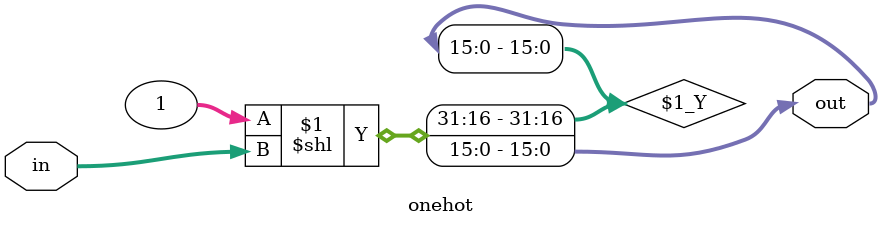
<source format=v>
module onehot (
    input [3:0]in,
    output [15:0] out 
);
assign out= (1 <<in);

endmodule
</source>
